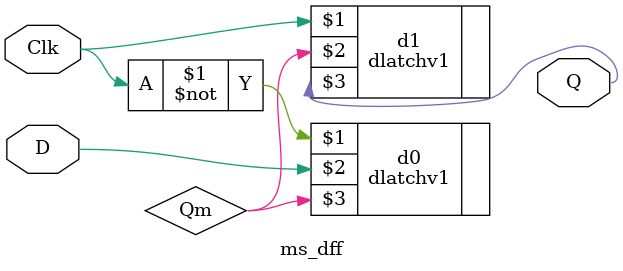
<source format=v>
module ms_dff(
	input Clk,
	input D,
	output Q
	);
	wire Qm;
	dlatchv1 d0(~Clk, D, Qm);
	dlatchv1 d1(Clk, Qm, Q);
	
endmodule
</source>
